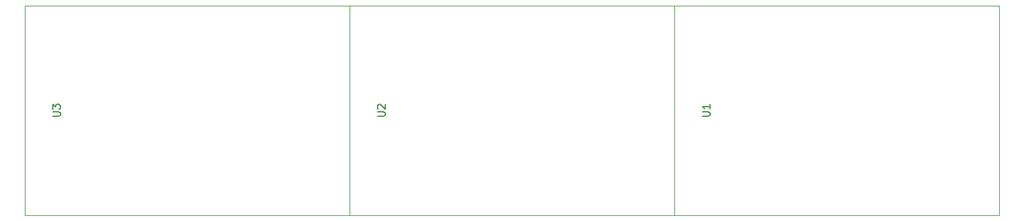
<source format=gbr>
G04 #@! TF.GenerationSoftware,KiCad,Pcbnew,(5.1.5)-3*
G04 #@! TF.CreationDate,2020-01-21T23:52:57-05:00*
G04 #@! TF.ProjectId,IEEE-Clock-Charlie,49454545-2d43-46c6-9f63-6b2d43686172,rev?*
G04 #@! TF.SameCoordinates,Original*
G04 #@! TF.FileFunction,Legend,Top*
G04 #@! TF.FilePolarity,Positive*
%FSLAX46Y46*%
G04 Gerber Fmt 4.6, Leading zero omitted, Abs format (unit mm)*
G04 Created by KiCad (PCBNEW (5.1.5)-3) date 2020-01-21 23:52:57*
%MOMM*%
%LPD*%
G04 APERTURE LIST*
%ADD10C,0.120000*%
%ADD11C,0.150000*%
G04 APERTURE END LIST*
D10*
X8890000Y-72390000D02*
X8890000Y-44450000D01*
X8890000Y-44450000D02*
X52070000Y-44450000D01*
X8890000Y-72390000D02*
X52070000Y-72390000D01*
X52070000Y-72390000D02*
X52070000Y-44450000D01*
X52070000Y-72390000D02*
X52070000Y-44450000D01*
X52070000Y-44450000D02*
X95250000Y-44450000D01*
X52070000Y-72390000D02*
X95250000Y-72390000D01*
X95250000Y-72390000D02*
X95250000Y-44450000D01*
X95250000Y-72390000D02*
X95250000Y-44450000D01*
X95250000Y-44450000D02*
X138430000Y-44450000D01*
X95250000Y-72390000D02*
X138430000Y-72390000D01*
X138430000Y-72390000D02*
X138430000Y-44450000D01*
D11*
X12592380Y-59181904D02*
X13401904Y-59181904D01*
X13497142Y-59134285D01*
X13544761Y-59086666D01*
X13592380Y-58991428D01*
X13592380Y-58800952D01*
X13544761Y-58705714D01*
X13497142Y-58658095D01*
X13401904Y-58610476D01*
X12592380Y-58610476D01*
X12592380Y-58229523D02*
X12592380Y-57610476D01*
X12973333Y-57943809D01*
X12973333Y-57800952D01*
X13020952Y-57705714D01*
X13068571Y-57658095D01*
X13163809Y-57610476D01*
X13401904Y-57610476D01*
X13497142Y-57658095D01*
X13544761Y-57705714D01*
X13592380Y-57800952D01*
X13592380Y-58086666D01*
X13544761Y-58181904D01*
X13497142Y-58229523D01*
X55772380Y-59181904D02*
X56581904Y-59181904D01*
X56677142Y-59134285D01*
X56724761Y-59086666D01*
X56772380Y-58991428D01*
X56772380Y-58800952D01*
X56724761Y-58705714D01*
X56677142Y-58658095D01*
X56581904Y-58610476D01*
X55772380Y-58610476D01*
X55867619Y-58181904D02*
X55820000Y-58134285D01*
X55772380Y-58039047D01*
X55772380Y-57800952D01*
X55820000Y-57705714D01*
X55867619Y-57658095D01*
X55962857Y-57610476D01*
X56058095Y-57610476D01*
X56200952Y-57658095D01*
X56772380Y-58229523D01*
X56772380Y-57610476D01*
X98952380Y-59181904D02*
X99761904Y-59181904D01*
X99857142Y-59134285D01*
X99904761Y-59086666D01*
X99952380Y-58991428D01*
X99952380Y-58800952D01*
X99904761Y-58705714D01*
X99857142Y-58658095D01*
X99761904Y-58610476D01*
X98952380Y-58610476D01*
X99952380Y-57610476D02*
X99952380Y-58181904D01*
X99952380Y-57896190D02*
X98952380Y-57896190D01*
X99095238Y-57991428D01*
X99190476Y-58086666D01*
X99238095Y-58181904D01*
M02*

</source>
